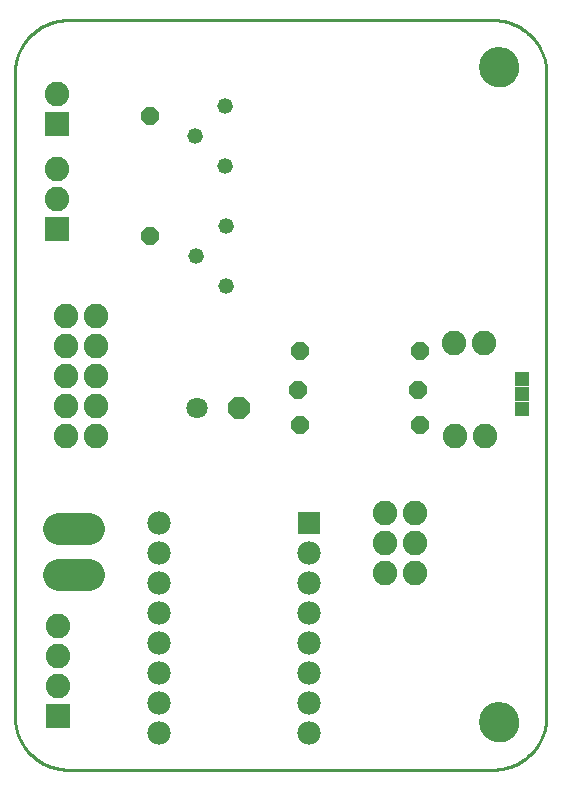
<source format=gbs>
G75*
%MOIN*%
%OFA0B0*%
%FSLAX25Y25*%
%IPPOS*%
%LPD*%
%AMOC8*
5,1,8,0,0,1.08239X$1,22.5*
%
%ADD10C,0.00000*%
%ADD11C,0.13398*%
%ADD12C,0.01000*%
%ADD13C,0.08200*%
%ADD14R,0.05162X0.05162*%
%ADD15OC8,0.06000*%
%ADD16R,0.08200X0.08200*%
%ADD17C,0.05200*%
%ADD18C,0.10800*%
%ADD19R,0.07800X0.07800*%
%ADD20C,0.07800*%
%ADD21OC8,0.07100*%
%ADD22C,0.07100*%
D10*
X0191787Y0023322D02*
X0191789Y0023480D01*
X0191795Y0023638D01*
X0191805Y0023796D01*
X0191819Y0023954D01*
X0191837Y0024111D01*
X0191858Y0024268D01*
X0191884Y0024424D01*
X0191914Y0024580D01*
X0191947Y0024735D01*
X0191985Y0024888D01*
X0192026Y0025041D01*
X0192071Y0025193D01*
X0192120Y0025344D01*
X0192173Y0025493D01*
X0192229Y0025641D01*
X0192289Y0025787D01*
X0192353Y0025932D01*
X0192421Y0026075D01*
X0192492Y0026217D01*
X0192566Y0026357D01*
X0192644Y0026494D01*
X0192726Y0026630D01*
X0192810Y0026764D01*
X0192899Y0026895D01*
X0192990Y0027024D01*
X0193085Y0027151D01*
X0193182Y0027276D01*
X0193283Y0027398D01*
X0193387Y0027517D01*
X0193494Y0027634D01*
X0193604Y0027748D01*
X0193717Y0027859D01*
X0193832Y0027968D01*
X0193950Y0028073D01*
X0194071Y0028175D01*
X0194194Y0028275D01*
X0194320Y0028371D01*
X0194448Y0028464D01*
X0194578Y0028554D01*
X0194711Y0028640D01*
X0194846Y0028724D01*
X0194982Y0028803D01*
X0195121Y0028880D01*
X0195262Y0028952D01*
X0195404Y0029022D01*
X0195548Y0029087D01*
X0195694Y0029149D01*
X0195841Y0029207D01*
X0195990Y0029262D01*
X0196140Y0029313D01*
X0196291Y0029360D01*
X0196443Y0029403D01*
X0196596Y0029442D01*
X0196751Y0029478D01*
X0196906Y0029509D01*
X0197062Y0029537D01*
X0197218Y0029561D01*
X0197375Y0029581D01*
X0197533Y0029597D01*
X0197690Y0029609D01*
X0197849Y0029617D01*
X0198007Y0029621D01*
X0198165Y0029621D01*
X0198323Y0029617D01*
X0198482Y0029609D01*
X0198639Y0029597D01*
X0198797Y0029581D01*
X0198954Y0029561D01*
X0199110Y0029537D01*
X0199266Y0029509D01*
X0199421Y0029478D01*
X0199576Y0029442D01*
X0199729Y0029403D01*
X0199881Y0029360D01*
X0200032Y0029313D01*
X0200182Y0029262D01*
X0200331Y0029207D01*
X0200478Y0029149D01*
X0200624Y0029087D01*
X0200768Y0029022D01*
X0200910Y0028952D01*
X0201051Y0028880D01*
X0201190Y0028803D01*
X0201326Y0028724D01*
X0201461Y0028640D01*
X0201594Y0028554D01*
X0201724Y0028464D01*
X0201852Y0028371D01*
X0201978Y0028275D01*
X0202101Y0028175D01*
X0202222Y0028073D01*
X0202340Y0027968D01*
X0202455Y0027859D01*
X0202568Y0027748D01*
X0202678Y0027634D01*
X0202785Y0027517D01*
X0202889Y0027398D01*
X0202990Y0027276D01*
X0203087Y0027151D01*
X0203182Y0027024D01*
X0203273Y0026895D01*
X0203362Y0026764D01*
X0203446Y0026630D01*
X0203528Y0026494D01*
X0203606Y0026357D01*
X0203680Y0026217D01*
X0203751Y0026075D01*
X0203819Y0025932D01*
X0203883Y0025787D01*
X0203943Y0025641D01*
X0203999Y0025493D01*
X0204052Y0025344D01*
X0204101Y0025193D01*
X0204146Y0025041D01*
X0204187Y0024888D01*
X0204225Y0024735D01*
X0204258Y0024580D01*
X0204288Y0024424D01*
X0204314Y0024268D01*
X0204335Y0024111D01*
X0204353Y0023954D01*
X0204367Y0023796D01*
X0204377Y0023638D01*
X0204383Y0023480D01*
X0204385Y0023322D01*
X0204383Y0023164D01*
X0204377Y0023006D01*
X0204367Y0022848D01*
X0204353Y0022690D01*
X0204335Y0022533D01*
X0204314Y0022376D01*
X0204288Y0022220D01*
X0204258Y0022064D01*
X0204225Y0021909D01*
X0204187Y0021756D01*
X0204146Y0021603D01*
X0204101Y0021451D01*
X0204052Y0021300D01*
X0203999Y0021151D01*
X0203943Y0021003D01*
X0203883Y0020857D01*
X0203819Y0020712D01*
X0203751Y0020569D01*
X0203680Y0020427D01*
X0203606Y0020287D01*
X0203528Y0020150D01*
X0203446Y0020014D01*
X0203362Y0019880D01*
X0203273Y0019749D01*
X0203182Y0019620D01*
X0203087Y0019493D01*
X0202990Y0019368D01*
X0202889Y0019246D01*
X0202785Y0019127D01*
X0202678Y0019010D01*
X0202568Y0018896D01*
X0202455Y0018785D01*
X0202340Y0018676D01*
X0202222Y0018571D01*
X0202101Y0018469D01*
X0201978Y0018369D01*
X0201852Y0018273D01*
X0201724Y0018180D01*
X0201594Y0018090D01*
X0201461Y0018004D01*
X0201326Y0017920D01*
X0201190Y0017841D01*
X0201051Y0017764D01*
X0200910Y0017692D01*
X0200768Y0017622D01*
X0200624Y0017557D01*
X0200478Y0017495D01*
X0200331Y0017437D01*
X0200182Y0017382D01*
X0200032Y0017331D01*
X0199881Y0017284D01*
X0199729Y0017241D01*
X0199576Y0017202D01*
X0199421Y0017166D01*
X0199266Y0017135D01*
X0199110Y0017107D01*
X0198954Y0017083D01*
X0198797Y0017063D01*
X0198639Y0017047D01*
X0198482Y0017035D01*
X0198323Y0017027D01*
X0198165Y0017023D01*
X0198007Y0017023D01*
X0197849Y0017027D01*
X0197690Y0017035D01*
X0197533Y0017047D01*
X0197375Y0017063D01*
X0197218Y0017083D01*
X0197062Y0017107D01*
X0196906Y0017135D01*
X0196751Y0017166D01*
X0196596Y0017202D01*
X0196443Y0017241D01*
X0196291Y0017284D01*
X0196140Y0017331D01*
X0195990Y0017382D01*
X0195841Y0017437D01*
X0195694Y0017495D01*
X0195548Y0017557D01*
X0195404Y0017622D01*
X0195262Y0017692D01*
X0195121Y0017764D01*
X0194982Y0017841D01*
X0194846Y0017920D01*
X0194711Y0018004D01*
X0194578Y0018090D01*
X0194448Y0018180D01*
X0194320Y0018273D01*
X0194194Y0018369D01*
X0194071Y0018469D01*
X0193950Y0018571D01*
X0193832Y0018676D01*
X0193717Y0018785D01*
X0193604Y0018896D01*
X0193494Y0019010D01*
X0193387Y0019127D01*
X0193283Y0019246D01*
X0193182Y0019368D01*
X0193085Y0019493D01*
X0192990Y0019620D01*
X0192899Y0019749D01*
X0192810Y0019880D01*
X0192726Y0020014D01*
X0192644Y0020150D01*
X0192566Y0020287D01*
X0192492Y0020427D01*
X0192421Y0020569D01*
X0192353Y0020712D01*
X0192289Y0020857D01*
X0192229Y0021003D01*
X0192173Y0021151D01*
X0192120Y0021300D01*
X0192071Y0021451D01*
X0192026Y0021603D01*
X0191985Y0021756D01*
X0191947Y0021909D01*
X0191914Y0022064D01*
X0191884Y0022220D01*
X0191858Y0022376D01*
X0191837Y0022533D01*
X0191819Y0022690D01*
X0191805Y0022848D01*
X0191795Y0023006D01*
X0191789Y0023164D01*
X0191787Y0023322D01*
X0191787Y0241669D02*
X0191789Y0241827D01*
X0191795Y0241985D01*
X0191805Y0242143D01*
X0191819Y0242301D01*
X0191837Y0242458D01*
X0191858Y0242615D01*
X0191884Y0242771D01*
X0191914Y0242927D01*
X0191947Y0243082D01*
X0191985Y0243235D01*
X0192026Y0243388D01*
X0192071Y0243540D01*
X0192120Y0243691D01*
X0192173Y0243840D01*
X0192229Y0243988D01*
X0192289Y0244134D01*
X0192353Y0244279D01*
X0192421Y0244422D01*
X0192492Y0244564D01*
X0192566Y0244704D01*
X0192644Y0244841D01*
X0192726Y0244977D01*
X0192810Y0245111D01*
X0192899Y0245242D01*
X0192990Y0245371D01*
X0193085Y0245498D01*
X0193182Y0245623D01*
X0193283Y0245745D01*
X0193387Y0245864D01*
X0193494Y0245981D01*
X0193604Y0246095D01*
X0193717Y0246206D01*
X0193832Y0246315D01*
X0193950Y0246420D01*
X0194071Y0246522D01*
X0194194Y0246622D01*
X0194320Y0246718D01*
X0194448Y0246811D01*
X0194578Y0246901D01*
X0194711Y0246987D01*
X0194846Y0247071D01*
X0194982Y0247150D01*
X0195121Y0247227D01*
X0195262Y0247299D01*
X0195404Y0247369D01*
X0195548Y0247434D01*
X0195694Y0247496D01*
X0195841Y0247554D01*
X0195990Y0247609D01*
X0196140Y0247660D01*
X0196291Y0247707D01*
X0196443Y0247750D01*
X0196596Y0247789D01*
X0196751Y0247825D01*
X0196906Y0247856D01*
X0197062Y0247884D01*
X0197218Y0247908D01*
X0197375Y0247928D01*
X0197533Y0247944D01*
X0197690Y0247956D01*
X0197849Y0247964D01*
X0198007Y0247968D01*
X0198165Y0247968D01*
X0198323Y0247964D01*
X0198482Y0247956D01*
X0198639Y0247944D01*
X0198797Y0247928D01*
X0198954Y0247908D01*
X0199110Y0247884D01*
X0199266Y0247856D01*
X0199421Y0247825D01*
X0199576Y0247789D01*
X0199729Y0247750D01*
X0199881Y0247707D01*
X0200032Y0247660D01*
X0200182Y0247609D01*
X0200331Y0247554D01*
X0200478Y0247496D01*
X0200624Y0247434D01*
X0200768Y0247369D01*
X0200910Y0247299D01*
X0201051Y0247227D01*
X0201190Y0247150D01*
X0201326Y0247071D01*
X0201461Y0246987D01*
X0201594Y0246901D01*
X0201724Y0246811D01*
X0201852Y0246718D01*
X0201978Y0246622D01*
X0202101Y0246522D01*
X0202222Y0246420D01*
X0202340Y0246315D01*
X0202455Y0246206D01*
X0202568Y0246095D01*
X0202678Y0245981D01*
X0202785Y0245864D01*
X0202889Y0245745D01*
X0202990Y0245623D01*
X0203087Y0245498D01*
X0203182Y0245371D01*
X0203273Y0245242D01*
X0203362Y0245111D01*
X0203446Y0244977D01*
X0203528Y0244841D01*
X0203606Y0244704D01*
X0203680Y0244564D01*
X0203751Y0244422D01*
X0203819Y0244279D01*
X0203883Y0244134D01*
X0203943Y0243988D01*
X0203999Y0243840D01*
X0204052Y0243691D01*
X0204101Y0243540D01*
X0204146Y0243388D01*
X0204187Y0243235D01*
X0204225Y0243082D01*
X0204258Y0242927D01*
X0204288Y0242771D01*
X0204314Y0242615D01*
X0204335Y0242458D01*
X0204353Y0242301D01*
X0204367Y0242143D01*
X0204377Y0241985D01*
X0204383Y0241827D01*
X0204385Y0241669D01*
X0204383Y0241511D01*
X0204377Y0241353D01*
X0204367Y0241195D01*
X0204353Y0241037D01*
X0204335Y0240880D01*
X0204314Y0240723D01*
X0204288Y0240567D01*
X0204258Y0240411D01*
X0204225Y0240256D01*
X0204187Y0240103D01*
X0204146Y0239950D01*
X0204101Y0239798D01*
X0204052Y0239647D01*
X0203999Y0239498D01*
X0203943Y0239350D01*
X0203883Y0239204D01*
X0203819Y0239059D01*
X0203751Y0238916D01*
X0203680Y0238774D01*
X0203606Y0238634D01*
X0203528Y0238497D01*
X0203446Y0238361D01*
X0203362Y0238227D01*
X0203273Y0238096D01*
X0203182Y0237967D01*
X0203087Y0237840D01*
X0202990Y0237715D01*
X0202889Y0237593D01*
X0202785Y0237474D01*
X0202678Y0237357D01*
X0202568Y0237243D01*
X0202455Y0237132D01*
X0202340Y0237023D01*
X0202222Y0236918D01*
X0202101Y0236816D01*
X0201978Y0236716D01*
X0201852Y0236620D01*
X0201724Y0236527D01*
X0201594Y0236437D01*
X0201461Y0236351D01*
X0201326Y0236267D01*
X0201190Y0236188D01*
X0201051Y0236111D01*
X0200910Y0236039D01*
X0200768Y0235969D01*
X0200624Y0235904D01*
X0200478Y0235842D01*
X0200331Y0235784D01*
X0200182Y0235729D01*
X0200032Y0235678D01*
X0199881Y0235631D01*
X0199729Y0235588D01*
X0199576Y0235549D01*
X0199421Y0235513D01*
X0199266Y0235482D01*
X0199110Y0235454D01*
X0198954Y0235430D01*
X0198797Y0235410D01*
X0198639Y0235394D01*
X0198482Y0235382D01*
X0198323Y0235374D01*
X0198165Y0235370D01*
X0198007Y0235370D01*
X0197849Y0235374D01*
X0197690Y0235382D01*
X0197533Y0235394D01*
X0197375Y0235410D01*
X0197218Y0235430D01*
X0197062Y0235454D01*
X0196906Y0235482D01*
X0196751Y0235513D01*
X0196596Y0235549D01*
X0196443Y0235588D01*
X0196291Y0235631D01*
X0196140Y0235678D01*
X0195990Y0235729D01*
X0195841Y0235784D01*
X0195694Y0235842D01*
X0195548Y0235904D01*
X0195404Y0235969D01*
X0195262Y0236039D01*
X0195121Y0236111D01*
X0194982Y0236188D01*
X0194846Y0236267D01*
X0194711Y0236351D01*
X0194578Y0236437D01*
X0194448Y0236527D01*
X0194320Y0236620D01*
X0194194Y0236716D01*
X0194071Y0236816D01*
X0193950Y0236918D01*
X0193832Y0237023D01*
X0193717Y0237132D01*
X0193604Y0237243D01*
X0193494Y0237357D01*
X0193387Y0237474D01*
X0193283Y0237593D01*
X0193182Y0237715D01*
X0193085Y0237840D01*
X0192990Y0237967D01*
X0192899Y0238096D01*
X0192810Y0238227D01*
X0192726Y0238361D01*
X0192644Y0238497D01*
X0192566Y0238634D01*
X0192492Y0238774D01*
X0192421Y0238916D01*
X0192353Y0239059D01*
X0192289Y0239204D01*
X0192229Y0239350D01*
X0192173Y0239498D01*
X0192120Y0239647D01*
X0192071Y0239798D01*
X0192026Y0239950D01*
X0191985Y0240103D01*
X0191947Y0240256D01*
X0191914Y0240411D01*
X0191884Y0240567D01*
X0191858Y0240723D01*
X0191837Y0240880D01*
X0191819Y0241037D01*
X0191805Y0241195D01*
X0191795Y0241353D01*
X0191789Y0241511D01*
X0191787Y0241669D01*
D11*
X0198086Y0241669D03*
X0198086Y0023322D03*
D12*
X0036669Y0025291D02*
X0036669Y0239700D01*
X0036668Y0239700D02*
X0036673Y0240128D01*
X0036689Y0240556D01*
X0036715Y0240983D01*
X0036751Y0241410D01*
X0036797Y0241836D01*
X0036854Y0242260D01*
X0036921Y0242683D01*
X0036998Y0243104D01*
X0037085Y0243523D01*
X0037183Y0243940D01*
X0037290Y0244354D01*
X0037408Y0244766D01*
X0037535Y0245175D01*
X0037672Y0245580D01*
X0037819Y0245983D01*
X0037976Y0246381D01*
X0038142Y0246776D01*
X0038318Y0247166D01*
X0038503Y0247552D01*
X0038697Y0247934D01*
X0038901Y0248310D01*
X0039113Y0248682D01*
X0039335Y0249048D01*
X0039565Y0249409D01*
X0039804Y0249764D01*
X0040052Y0250114D01*
X0040307Y0250457D01*
X0040572Y0250794D01*
X0040844Y0251125D01*
X0041124Y0251449D01*
X0041411Y0251766D01*
X0041707Y0252076D01*
X0042009Y0252378D01*
X0042319Y0252674D01*
X0042636Y0252961D01*
X0042960Y0253241D01*
X0043291Y0253513D01*
X0043628Y0253778D01*
X0043971Y0254033D01*
X0044321Y0254281D01*
X0044676Y0254520D01*
X0045037Y0254750D01*
X0045403Y0254972D01*
X0045775Y0255184D01*
X0046151Y0255388D01*
X0046533Y0255582D01*
X0046919Y0255767D01*
X0047309Y0255943D01*
X0047704Y0256109D01*
X0048102Y0256266D01*
X0048505Y0256413D01*
X0048910Y0256550D01*
X0049319Y0256677D01*
X0049731Y0256795D01*
X0050145Y0256902D01*
X0050562Y0257000D01*
X0050981Y0257087D01*
X0051402Y0257164D01*
X0051825Y0257231D01*
X0052249Y0257288D01*
X0052675Y0257334D01*
X0053102Y0257370D01*
X0053529Y0257396D01*
X0053957Y0257412D01*
X0054385Y0257417D01*
X0196118Y0257417D01*
X0196546Y0257412D01*
X0196974Y0257396D01*
X0197401Y0257370D01*
X0197828Y0257334D01*
X0198254Y0257288D01*
X0198678Y0257231D01*
X0199101Y0257164D01*
X0199522Y0257087D01*
X0199941Y0257000D01*
X0200358Y0256902D01*
X0200772Y0256795D01*
X0201184Y0256677D01*
X0201593Y0256550D01*
X0201998Y0256413D01*
X0202401Y0256266D01*
X0202799Y0256109D01*
X0203194Y0255943D01*
X0203584Y0255767D01*
X0203970Y0255582D01*
X0204352Y0255388D01*
X0204728Y0255184D01*
X0205100Y0254972D01*
X0205466Y0254750D01*
X0205827Y0254520D01*
X0206182Y0254281D01*
X0206532Y0254033D01*
X0206875Y0253778D01*
X0207212Y0253513D01*
X0207543Y0253241D01*
X0207867Y0252961D01*
X0208184Y0252674D01*
X0208494Y0252378D01*
X0208796Y0252076D01*
X0209092Y0251766D01*
X0209379Y0251449D01*
X0209659Y0251125D01*
X0209931Y0250794D01*
X0210196Y0250457D01*
X0210451Y0250114D01*
X0210699Y0249764D01*
X0210938Y0249409D01*
X0211168Y0249048D01*
X0211390Y0248682D01*
X0211602Y0248310D01*
X0211806Y0247934D01*
X0212000Y0247552D01*
X0212185Y0247166D01*
X0212361Y0246776D01*
X0212527Y0246381D01*
X0212684Y0245983D01*
X0212831Y0245580D01*
X0212968Y0245175D01*
X0213095Y0244766D01*
X0213213Y0244354D01*
X0213320Y0243940D01*
X0213418Y0243523D01*
X0213505Y0243104D01*
X0213582Y0242683D01*
X0213649Y0242260D01*
X0213706Y0241836D01*
X0213752Y0241410D01*
X0213788Y0240983D01*
X0213814Y0240556D01*
X0213830Y0240128D01*
X0213835Y0239700D01*
X0213834Y0239700D02*
X0213834Y0025291D01*
X0213835Y0025291D02*
X0213830Y0024863D01*
X0213814Y0024435D01*
X0213788Y0024008D01*
X0213752Y0023581D01*
X0213706Y0023155D01*
X0213649Y0022731D01*
X0213582Y0022308D01*
X0213505Y0021887D01*
X0213418Y0021468D01*
X0213320Y0021051D01*
X0213213Y0020637D01*
X0213095Y0020225D01*
X0212968Y0019816D01*
X0212831Y0019411D01*
X0212684Y0019008D01*
X0212527Y0018610D01*
X0212361Y0018215D01*
X0212185Y0017825D01*
X0212000Y0017439D01*
X0211806Y0017057D01*
X0211602Y0016681D01*
X0211390Y0016309D01*
X0211168Y0015943D01*
X0210938Y0015582D01*
X0210699Y0015227D01*
X0210451Y0014877D01*
X0210196Y0014534D01*
X0209931Y0014197D01*
X0209659Y0013866D01*
X0209379Y0013542D01*
X0209092Y0013225D01*
X0208796Y0012915D01*
X0208494Y0012613D01*
X0208184Y0012317D01*
X0207867Y0012030D01*
X0207543Y0011750D01*
X0207212Y0011478D01*
X0206875Y0011213D01*
X0206532Y0010958D01*
X0206182Y0010710D01*
X0205827Y0010471D01*
X0205466Y0010241D01*
X0205100Y0010019D01*
X0204728Y0009807D01*
X0204352Y0009603D01*
X0203970Y0009409D01*
X0203584Y0009224D01*
X0203194Y0009048D01*
X0202799Y0008882D01*
X0202401Y0008725D01*
X0201998Y0008578D01*
X0201593Y0008441D01*
X0201184Y0008314D01*
X0200772Y0008196D01*
X0200358Y0008089D01*
X0199941Y0007991D01*
X0199522Y0007904D01*
X0199101Y0007827D01*
X0198678Y0007760D01*
X0198254Y0007703D01*
X0197828Y0007657D01*
X0197401Y0007621D01*
X0196974Y0007595D01*
X0196546Y0007579D01*
X0196118Y0007574D01*
X0054385Y0007574D01*
X0053957Y0007579D01*
X0053529Y0007595D01*
X0053102Y0007621D01*
X0052675Y0007657D01*
X0052249Y0007703D01*
X0051825Y0007760D01*
X0051402Y0007827D01*
X0050981Y0007904D01*
X0050562Y0007991D01*
X0050145Y0008089D01*
X0049731Y0008196D01*
X0049319Y0008314D01*
X0048910Y0008441D01*
X0048505Y0008578D01*
X0048102Y0008725D01*
X0047704Y0008882D01*
X0047309Y0009048D01*
X0046919Y0009224D01*
X0046533Y0009409D01*
X0046151Y0009603D01*
X0045775Y0009807D01*
X0045403Y0010019D01*
X0045037Y0010241D01*
X0044676Y0010471D01*
X0044321Y0010710D01*
X0043971Y0010958D01*
X0043628Y0011213D01*
X0043291Y0011478D01*
X0042960Y0011750D01*
X0042636Y0012030D01*
X0042319Y0012317D01*
X0042009Y0012613D01*
X0041707Y0012915D01*
X0041411Y0013225D01*
X0041124Y0013542D01*
X0040844Y0013866D01*
X0040572Y0014197D01*
X0040307Y0014534D01*
X0040052Y0014877D01*
X0039804Y0015227D01*
X0039565Y0015582D01*
X0039335Y0015943D01*
X0039113Y0016309D01*
X0038901Y0016681D01*
X0038697Y0017057D01*
X0038503Y0017439D01*
X0038318Y0017825D01*
X0038142Y0018215D01*
X0037976Y0018610D01*
X0037819Y0019008D01*
X0037672Y0019411D01*
X0037535Y0019816D01*
X0037408Y0020225D01*
X0037290Y0020637D01*
X0037183Y0021051D01*
X0037085Y0021468D01*
X0036998Y0021887D01*
X0036921Y0022308D01*
X0036854Y0022731D01*
X0036797Y0023155D01*
X0036751Y0023581D01*
X0036715Y0024008D01*
X0036689Y0024435D01*
X0036673Y0024863D01*
X0036668Y0025291D01*
D13*
X0051135Y0035560D03*
X0051135Y0045560D03*
X0051135Y0055560D03*
X0053714Y0118727D03*
X0053714Y0128727D03*
X0053714Y0138727D03*
X0053714Y0148727D03*
X0053714Y0158727D03*
X0063714Y0158727D03*
X0063714Y0148727D03*
X0063714Y0138727D03*
X0063714Y0128727D03*
X0063714Y0118727D03*
X0050608Y0197899D03*
X0050608Y0207899D03*
X0050674Y0232728D03*
X0159930Y0092978D03*
X0159930Y0082978D03*
X0159930Y0072978D03*
X0169930Y0072978D03*
X0169930Y0082978D03*
X0169930Y0092978D03*
X0183474Y0118765D03*
X0193474Y0118765D03*
X0193114Y0149680D03*
X0183114Y0149680D03*
D14*
X0205688Y0137877D03*
X0205688Y0132877D03*
X0205688Y0127877D03*
D15*
X0171551Y0122562D03*
X0171176Y0134239D03*
X0171615Y0147179D03*
X0131615Y0147179D03*
X0131176Y0134239D03*
X0131551Y0122562D03*
X0081594Y0185576D03*
X0081594Y0225576D03*
D16*
X0050674Y0222728D03*
X0050608Y0187899D03*
X0051135Y0025560D03*
D17*
X0107149Y0168645D03*
X0097149Y0178645D03*
X0107149Y0188645D03*
X0106622Y0208763D03*
X0096622Y0218763D03*
X0106622Y0228763D03*
D18*
X0061368Y0087910D02*
X0051368Y0087910D01*
X0051368Y0072319D02*
X0061368Y0072319D01*
D19*
X0134689Y0089924D03*
D20*
X0134689Y0079924D03*
X0134689Y0069924D03*
X0134689Y0059924D03*
X0134689Y0049924D03*
X0134689Y0039924D03*
X0134689Y0029924D03*
X0134689Y0019924D03*
X0084689Y0019924D03*
X0084689Y0029924D03*
X0084689Y0039924D03*
X0084689Y0049924D03*
X0084689Y0059924D03*
X0084689Y0069924D03*
X0084689Y0079924D03*
X0084689Y0089924D03*
D21*
X0111523Y0128163D03*
D22*
X0097523Y0128163D03*
M02*

</source>
